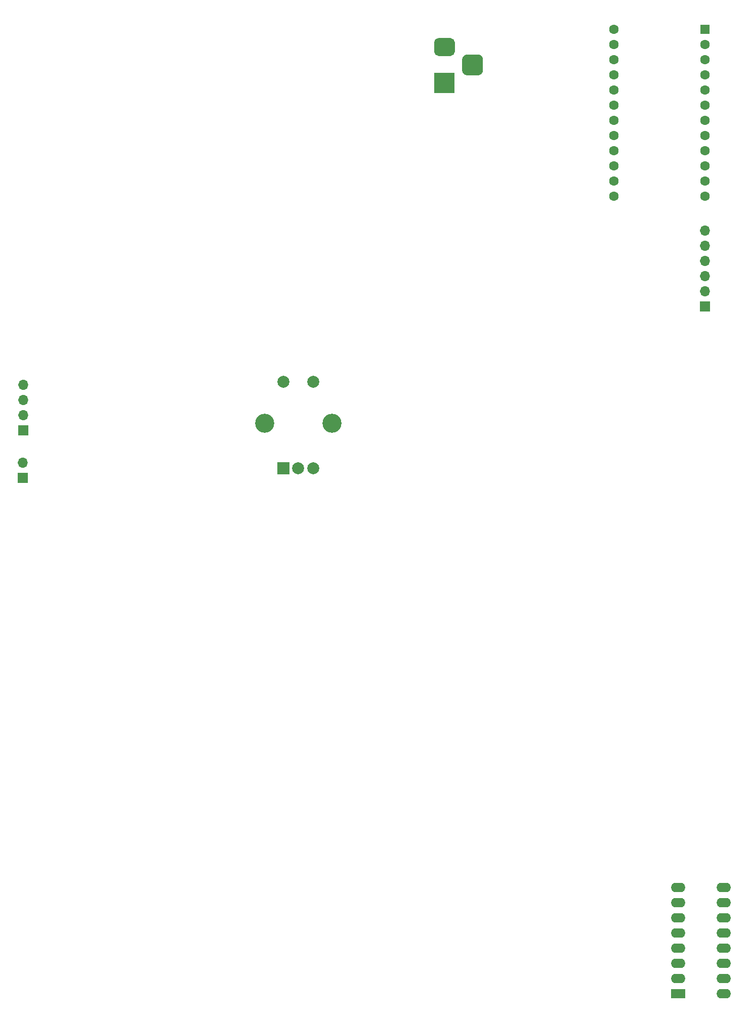
<source format=gbr>
%TF.GenerationSoftware,KiCad,Pcbnew,(5.1.7-0-10_14)*%
%TF.CreationDate,2021-09-21T18:25:25-03:00*%
%TF.ProjectId,Faduino-1,46616475-696e-46f2-9d31-2e6b69636164,1*%
%TF.SameCoordinates,Original*%
%TF.FileFunction,Soldermask,Bot*%
%TF.FilePolarity,Negative*%
%FSLAX46Y46*%
G04 Gerber Fmt 4.6, Leading zero omitted, Abs format (unit mm)*
G04 Created by KiCad (PCBNEW (5.1.7-0-10_14)) date 2021-09-21 18:25:25*
%MOMM*%
%LPD*%
G01*
G04 APERTURE LIST*
%ADD10O,1.700000X1.700000*%
%ADD11R,1.700000X1.700000*%
%ADD12R,2.000000X2.000000*%
%ADD13C,2.000000*%
%ADD14C,3.200000*%
%ADD15O,2.400000X1.600000*%
%ADD16R,2.400000X1.600000*%
%ADD17R,3.500000X3.500000*%
%ADD18C,1.600000*%
%ADD19R,1.600000X1.600000*%
G04 APERTURE END LIST*
D10*
%TO.C,dc_motor_conn1*%
X66475000Y-106560000D03*
D11*
X66475000Y-109100000D03*
%TD*%
D12*
%TO.C,Encoder1*%
X110050000Y-107530000D03*
D13*
X112550000Y-107530000D03*
X115050000Y-107530000D03*
D14*
X106950000Y-100030000D03*
X118150000Y-100030000D03*
D13*
X110050000Y-93030000D03*
X115050000Y-93030000D03*
%TD*%
D10*
%TO.C,Extra_pins1*%
X180590000Y-67710000D03*
X180590000Y-70250000D03*
X180590000Y-72790000D03*
X180590000Y-75330000D03*
X180590000Y-77870000D03*
D11*
X180590000Y-80410000D03*
%TD*%
D10*
%TO.C,Fader_conn1*%
X66500000Y-93560000D03*
X66500000Y-96100000D03*
X66500000Y-98640000D03*
D11*
X66500000Y-101180000D03*
%TD*%
D15*
%TO.C,H-Bridge1*%
X183740000Y-195530000D03*
X176120000Y-177750000D03*
X183740000Y-192990000D03*
X176120000Y-180290000D03*
X183740000Y-190450000D03*
X176120000Y-182830000D03*
X183740000Y-187910000D03*
X176120000Y-185370000D03*
X183740000Y-185370000D03*
X176120000Y-187910000D03*
X183740000Y-182830000D03*
X176120000Y-190450000D03*
X183740000Y-180290000D03*
X176120000Y-192990000D03*
X183740000Y-177750000D03*
D16*
X176120000Y-195530000D03*
%TD*%
%TO.C,Power_jack1*%
G36*
G01*
X140825000Y-38250000D02*
X142575000Y-38250000D01*
G75*
G02*
X143450000Y-39125000I0J-875000D01*
G01*
X143450000Y-40875000D01*
G75*
G02*
X142575000Y-41750000I-875000J0D01*
G01*
X140825000Y-41750000D01*
G75*
G02*
X139950000Y-40875000I0J875000D01*
G01*
X139950000Y-39125000D01*
G75*
G02*
X140825000Y-38250000I875000J0D01*
G01*
G37*
G36*
G01*
X136000000Y-35500000D02*
X138000000Y-35500000D01*
G75*
G02*
X138750000Y-36250000I0J-750000D01*
G01*
X138750000Y-37750000D01*
G75*
G02*
X138000000Y-38500000I-750000J0D01*
G01*
X136000000Y-38500000D01*
G75*
G02*
X135250000Y-37750000I0J750000D01*
G01*
X135250000Y-36250000D01*
G75*
G02*
X136000000Y-35500000I750000J0D01*
G01*
G37*
D17*
X137000000Y-43000000D03*
%TD*%
D18*
%TO.C,Arduino Pro Micro*%
X165380000Y-34030000D03*
X165380000Y-36570000D03*
X165380000Y-39110000D03*
X165380000Y-41650000D03*
X165380000Y-44190000D03*
X165380000Y-46730000D03*
X165380000Y-49270000D03*
X165380000Y-51810000D03*
X165380000Y-54350000D03*
X165380000Y-56890000D03*
X165380000Y-59430000D03*
X165380000Y-61970000D03*
X180620000Y-61970000D03*
X180620000Y-59430000D03*
X180620000Y-56890000D03*
X180620000Y-54350000D03*
X180620000Y-51810000D03*
X180620000Y-49270000D03*
X180620000Y-46730000D03*
X180620000Y-44190000D03*
X180620000Y-41650000D03*
X180620000Y-39110000D03*
X180620000Y-36570000D03*
D19*
X180620000Y-34030000D03*
%TD*%
M02*

</source>
